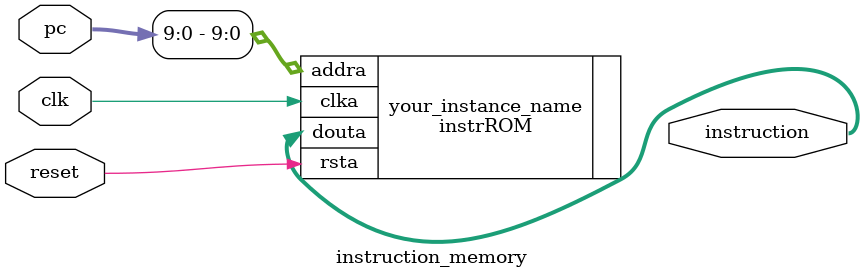
<source format=v>
`timescale 1ns / 1ps
module instruction_memory(
    input [31:0] pc,
	 input clk,
	 input reset,
	 output [31:0] instruction
    );
	 
	 instrROM your_instance_name (
    .clka(clk), // input clka
    .rsta(reset), // input rsta
    .addra(pc[9:0]), // input [9 : 0] addra
    .douta(instruction) // output [31 : 0] douta
);


endmodule

</source>
